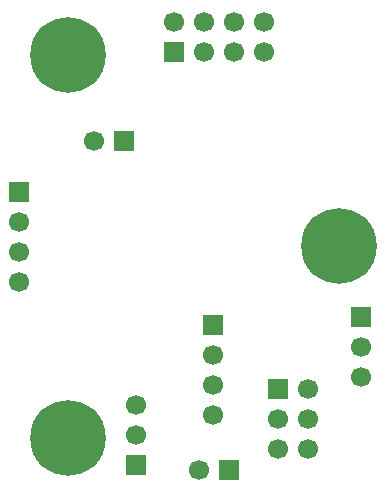
<source format=gbr>
%TF.GenerationSoftware,KiCad,Pcbnew,9.0.6*%
%TF.CreationDate,2025-12-13T14:25:23+01:00*%
%TF.ProjectId,SB_Mod_SR04,53425f4d-6f64-45f5-9352-30342e6b6963,rev?*%
%TF.SameCoordinates,Original*%
%TF.FileFunction,Soldermask,Bot*%
%TF.FilePolarity,Negative*%
%FSLAX46Y46*%
G04 Gerber Fmt 4.6, Leading zero omitted, Abs format (unit mm)*
G04 Created by KiCad (PCBNEW 9.0.6) date 2025-12-13 14:25:23*
%MOMM*%
%LPD*%
G01*
G04 APERTURE LIST*
%ADD10R,1.700000X1.700000*%
%ADD11C,1.700000*%
%ADD12C,6.400000*%
G04 APERTURE END LIST*
D10*
%TO.C,J2*%
X122255200Y-117195600D03*
D11*
X119715200Y-117195600D03*
%TD*%
D10*
%TO.C,J3*%
X120929400Y-104927400D03*
D11*
X120929400Y-107467400D03*
X120929400Y-110007400D03*
X120929400Y-112547400D03*
%TD*%
D10*
%TO.C,SB1*%
X117627400Y-81762600D03*
D11*
X117627400Y-79222600D03*
X120167400Y-81762600D03*
X120167400Y-79222600D03*
X122707400Y-81762600D03*
X122707400Y-79222600D03*
X125247400Y-81762600D03*
X125247400Y-79222600D03*
%TD*%
D10*
%TO.C,J1*%
X133400800Y-104216200D03*
D11*
X133400800Y-106756200D03*
X133400800Y-109296200D03*
%TD*%
D12*
%TO.C,H3*%
X108600000Y-114500000D03*
%TD*%
D10*
%TO.C,J5*%
X113334800Y-89357200D03*
D11*
X110794800Y-89357200D03*
%TD*%
D10*
%TO.C,A1*%
X104493500Y-93679000D03*
D11*
X104493500Y-96219000D03*
X104493500Y-98759000D03*
X104493500Y-101299000D03*
%TD*%
D10*
%TO.C,J4*%
X114350800Y-116738400D03*
D11*
X114350800Y-114198400D03*
X114350800Y-111658400D03*
%TD*%
D12*
%TO.C,H1*%
X108600000Y-82000000D03*
%TD*%
D10*
%TO.C,CONN1*%
X126441200Y-110286800D03*
D11*
X128981200Y-110286800D03*
X126441200Y-112826800D03*
X128981200Y-112826800D03*
X126441200Y-115366800D03*
X128981200Y-115366800D03*
%TD*%
D12*
%TO.C,H2*%
X131572000Y-98250000D03*
%TD*%
M02*

</source>
